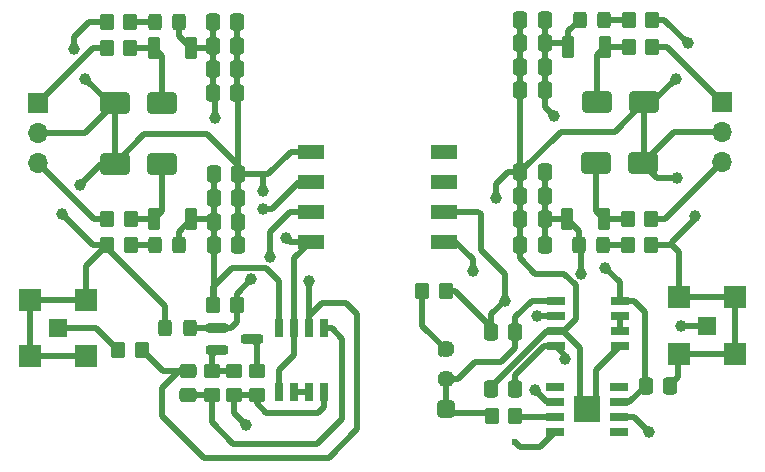
<source format=gbr>
%TF.GenerationSoftware,KiCad,Pcbnew,8.0.9*%
%TF.CreationDate,2025-07-24T11:39:00+02:00*%
%TF.ProjectId,Precision Analog Isolation Amplifier,50726563-6973-4696-9f6e-20416e616c6f,rev?*%
%TF.SameCoordinates,Original*%
%TF.FileFunction,Copper,L1,Top*%
%TF.FilePolarity,Positive*%
%FSLAX46Y46*%
G04 Gerber Fmt 4.6, Leading zero omitted, Abs format (unit mm)*
G04 Created by KiCad (PCBNEW 8.0.9) date 2025-07-24 11:39:00*
%MOMM*%
%LPD*%
G01*
G04 APERTURE LIST*
G04 Aperture macros list*
%AMRoundRect*
0 Rectangle with rounded corners*
0 $1 Rounding radius*
0 $2 $3 $4 $5 $6 $7 $8 $9 X,Y pos of 4 corners*
0 Add a 4 corners polygon primitive as box body*
4,1,4,$2,$3,$4,$5,$6,$7,$8,$9,$2,$3,0*
0 Add four circle primitives for the rounded corners*
1,1,$1+$1,$2,$3*
1,1,$1+$1,$4,$5*
1,1,$1+$1,$6,$7*
1,1,$1+$1,$8,$9*
0 Add four rect primitives between the rounded corners*
20,1,$1+$1,$2,$3,$4,$5,0*
20,1,$1+$1,$4,$5,$6,$7,0*
20,1,$1+$1,$6,$7,$8,$9,0*
20,1,$1+$1,$8,$9,$2,$3,0*%
G04 Aperture macros list end*
%TA.AperFunction,SMDPad,CuDef*%
%ADD10RoundRect,0.250000X-0.450000X0.350000X-0.450000X-0.350000X0.450000X-0.350000X0.450000X0.350000X0*%
%TD*%
%TA.AperFunction,SMDPad,CuDef*%
%ADD11RoundRect,0.250000X1.000000X0.650000X-1.000000X0.650000X-1.000000X-0.650000X1.000000X-0.650000X0*%
%TD*%
%TA.AperFunction,SMDPad,CuDef*%
%ADD12RoundRect,0.250000X-0.350000X-0.450000X0.350000X-0.450000X0.350000X0.450000X-0.350000X0.450000X0*%
%TD*%
%TA.AperFunction,SMDPad,CuDef*%
%ADD13RoundRect,0.250000X0.337500X0.475000X-0.337500X0.475000X-0.337500X-0.475000X0.337500X-0.475000X0*%
%TD*%
%TA.AperFunction,SMDPad,CuDef*%
%ADD14RoundRect,0.250000X0.325000X0.450000X-0.325000X0.450000X-0.325000X-0.450000X0.325000X-0.450000X0*%
%TD*%
%TA.AperFunction,SMDPad,CuDef*%
%ADD15RoundRect,0.250000X-0.337500X-0.475000X0.337500X-0.475000X0.337500X0.475000X-0.337500X0.475000X0*%
%TD*%
%TA.AperFunction,SMDPad,CuDef*%
%ADD16R,2.290000X1.300000*%
%TD*%
%TA.AperFunction,SMDPad,CuDef*%
%ADD17RoundRect,0.250000X0.350000X0.450000X-0.350000X0.450000X-0.350000X-0.450000X0.350000X-0.450000X0*%
%TD*%
%TA.AperFunction,SMDPad,CuDef*%
%ADD18R,1.574800X1.574800*%
%TD*%
%TA.AperFunction,SMDPad,CuDef*%
%ADD19R,1.955800X1.955800*%
%TD*%
%TA.AperFunction,SMDPad,CuDef*%
%ADD20R,1.525000X0.650000*%
%TD*%
%TA.AperFunction,ComponentPad*%
%ADD21R,1.700000X1.700000*%
%TD*%
%TA.AperFunction,ComponentPad*%
%ADD22O,1.700000X1.700000*%
%TD*%
%TA.AperFunction,SMDPad,CuDef*%
%ADD23RoundRect,0.250000X0.275000X0.700000X-0.275000X0.700000X-0.275000X-0.700000X0.275000X-0.700000X0*%
%TD*%
%TA.AperFunction,SMDPad,CuDef*%
%ADD24R,0.650000X1.525000*%
%TD*%
%TA.AperFunction,SMDPad,CuDef*%
%ADD25R,2.290000X2.290000*%
%TD*%
%TA.AperFunction,ComponentPad*%
%ADD26RoundRect,0.250000X0.470000X0.470000X-0.470000X0.470000X-0.470000X-0.470000X0.470000X-0.470000X0*%
%TD*%
%TA.AperFunction,ComponentPad*%
%ADD27C,1.440000*%
%TD*%
%TA.AperFunction,SMDPad,CuDef*%
%ADD28RoundRect,0.250000X-1.000000X-0.650000X1.000000X-0.650000X1.000000X0.650000X-1.000000X0.650000X0*%
%TD*%
%TA.AperFunction,SMDPad,CuDef*%
%ADD29RoundRect,0.250000X-0.475000X0.337500X-0.475000X-0.337500X0.475000X-0.337500X0.475000X0.337500X0*%
%TD*%
%TA.AperFunction,SMDPad,CuDef*%
%ADD30RoundRect,0.200000X-0.750000X-0.200000X0.750000X-0.200000X0.750000X0.200000X-0.750000X0.200000X0*%
%TD*%
%TA.AperFunction,SMDPad,CuDef*%
%ADD31RoundRect,0.250000X-0.325000X-0.450000X0.325000X-0.450000X0.325000X0.450000X-0.325000X0.450000X0*%
%TD*%
%TA.AperFunction,SMDPad,CuDef*%
%ADD32RoundRect,0.250000X-0.275000X-0.700000X0.275000X-0.700000X0.275000X0.700000X-0.275000X0.700000X0*%
%TD*%
%TA.AperFunction,SMDPad,CuDef*%
%ADD33RoundRect,0.250000X0.450000X-0.350000X0.450000X0.350000X-0.450000X0.350000X-0.450000X-0.350000X0*%
%TD*%
%TA.AperFunction,ViaPad*%
%ADD34C,1.000000*%
%TD*%
%TA.AperFunction,ViaPad*%
%ADD35C,0.600000*%
%TD*%
%TA.AperFunction,Conductor*%
%ADD36C,0.500000*%
%TD*%
G04 APERTURE END LIST*
D10*
%TO.P,R3,1*%
%TO.N,Net-(Q1-B)*%
X128200000Y-111750000D03*
%TO.P,R3,2*%
%TO.N,Net-(C17-Pad2)*%
X128200000Y-113750000D03*
%TD*%
D11*
%TO.P,D4,1,A1*%
%TO.N,GND2*%
X164700000Y-94100000D03*
%TO.P,D4,2,A2*%
%TO.N,VEE2 IN -15V*%
X160700000Y-94100000D03*
%TD*%
D12*
%TO.P,F3,1*%
%TO.N,VCC2 IN +15V*%
X163500000Y-84300000D03*
%TO.P,F3,2*%
%TO.N,Net-(J2-Pin_1)*%
X165500000Y-84300000D03*
%TD*%
D11*
%TO.P,D3,1,A1*%
%TO.N,VCC1 IN +15V*%
X124000000Y-89100000D03*
%TO.P,D3,2,A2*%
%TO.N,GND1*%
X120000000Y-89100000D03*
%TD*%
D13*
%TO.P,C4,1*%
%TO.N,GND1*%
X130375000Y-88200000D03*
%TO.P,C4,2*%
%TO.N,VCC1 +15V*%
X128300000Y-88200000D03*
%TD*%
D14*
%TO.P,D9,1,K*%
%TO.N,Net-(D9-K)*%
X161400000Y-82000000D03*
%TO.P,D9,2,A*%
%TO.N,VCC2 +15V*%
X159350000Y-82000000D03*
%TD*%
D15*
%TO.P,C10,1*%
%TO.N,GND2*%
X154325000Y-84000000D03*
%TO.P,C10,2*%
%TO.N,VCC2 +15V*%
X156400000Y-84000000D03*
%TD*%
D16*
%TO.P,U1,1,K*%
%TO.N,GND1*%
X136565000Y-93190000D03*
%TO.P,U1,2,A*%
%TO.N,Net-(D1-K)*%
X136565000Y-95730000D03*
%TO.P,U1,3,K*%
%TO.N,Net-(U1B-K)*%
X136565000Y-98270000D03*
%TO.P,U1,4,A*%
%TO.N,GND1*%
X136565000Y-100810000D03*
%TO.P,U1,5,A*%
%TO.N,GND2*%
X147835000Y-100810000D03*
%TO.P,U1,6,K*%
%TO.N,Net-(U1C-K)*%
X147835000Y-98270000D03*
%TO.P,U1,7*%
%TO.N,N/C*%
X147835000Y-95730000D03*
%TO.P,U1,8*%
X147835000Y-93190000D03*
%TD*%
D17*
%TO.P,R9,1*%
%TO.N,Net-(D7-A)*%
X121325000Y-101100000D03*
%TO.P,R9,2*%
%TO.N,GND1*%
X119325000Y-101100000D03*
%TD*%
D18*
%TO.P,J4,1,In*%
%TO.N,Vout*%
X170125100Y-107900000D03*
D19*
%TO.P,J4,2,Ext*%
%TO.N,GND2*%
X167750200Y-105525100D03*
%TO.P,J4,3*%
X172500000Y-105525100D03*
%TO.P,J4,4*%
X167750200Y-110274900D03*
%TO.P,J4,5*%
X172500000Y-110274900D03*
%TD*%
D15*
%TO.P,C14,1*%
%TO.N,GND2*%
X154325000Y-96900000D03*
%TO.P,C14,2*%
%TO.N,VEE2 -15V*%
X156400000Y-96900000D03*
%TD*%
%TO.P,C9,1*%
%TO.N,GND2*%
X154325000Y-82000000D03*
%TO.P,C9,2*%
%TO.N,VCC2 +15V*%
X156400000Y-82000000D03*
%TD*%
D20*
%TO.P,U2,1*%
%TO.N,Vsep_out*%
X157300000Y-105830000D03*
%TO.P,U2,2,-*%
%TO.N,Net-(U1C-K)*%
X157300000Y-107100000D03*
%TO.P,U2,3,+*%
%TO.N,GND2*%
X157300000Y-108370000D03*
%TO.P,U2,4,V-*%
%TO.N,VEE2 -15V*%
X157300000Y-109640000D03*
%TO.P,U2,5,+*%
%TO.N,GND2*%
X162724000Y-109640000D03*
%TO.P,U2,6,-*%
%TO.N,Net-(U2B--)*%
X162724000Y-108370000D03*
%TO.P,U2,7*%
X162724000Y-107100000D03*
%TO.P,U2,8,V+*%
%TO.N,VCC2 +15V*%
X162724000Y-105830000D03*
%TD*%
D21*
%TO.P,J2,1,Pin_1*%
%TO.N,Net-(J2-Pin_1)*%
X171400000Y-88960000D03*
D22*
%TO.P,J2,2,Pin_2*%
%TO.N,GND2*%
X171400000Y-91500000D03*
%TO.P,J2,3,Pin_3*%
%TO.N,Net-(J2-Pin_3)*%
X171400000Y-94040000D03*
%TD*%
D15*
%TO.P,C12,1*%
%TO.N,GND2*%
X154325000Y-88000000D03*
%TO.P,C12,2*%
%TO.N,VCC2 +15V*%
X156400000Y-88000000D03*
%TD*%
D23*
%TO.P,FB4,1*%
%TO.N,VEE2 IN -15V*%
X161400000Y-98900000D03*
%TO.P,FB4,2*%
%TO.N,VEE2 -15V*%
X158250000Y-98900000D03*
%TD*%
D18*
%TO.P,J3,1,In*%
%TO.N,Net-(J3-In)*%
X115162500Y-108100000D03*
D19*
%TO.P,J3,2,Ext*%
%TO.N,GND1*%
X117537400Y-110474900D03*
%TO.P,J3,3*%
X112787600Y-110474900D03*
%TO.P,J3,4*%
X117537400Y-105725100D03*
%TO.P,J3,5*%
X112787600Y-105725100D03*
%TD*%
D21*
%TO.P,J1,1,Pin_1*%
%TO.N,Net-(J1-Pin_1)*%
X113500000Y-89075000D03*
D22*
%TO.P,J1,2,Pin_2*%
%TO.N,GND1*%
X113500000Y-91615000D03*
%TO.P,J1,3,Pin_3*%
%TO.N,Net-(J1-Pin_3)*%
X113500000Y-94155000D03*
%TD*%
D24*
%TO.P,U4,1*%
%TO.N,Net-(C17-Pad2)*%
X137705000Y-108138000D03*
%TO.P,U4,2,-*%
%TO.N,Net-(U1B-K)*%
X136435000Y-108138000D03*
%TO.P,U4,3,+*%
%TO.N,GND1*%
X135165000Y-108138000D03*
%TO.P,U4,4,V-*%
%TO.N,VEE1 -15V*%
X133895000Y-108138000D03*
%TO.P,U4,5,+*%
%TO.N,GND1*%
X133895000Y-113562000D03*
%TO.P,U4,6,-*%
%TO.N,Net-(U4B--)*%
X135165000Y-113562000D03*
%TO.P,U4,7*%
X136435000Y-113562000D03*
%TO.P,U4,8,V+*%
%TO.N,VCC1 +15V*%
X137705000Y-113562000D03*
%TD*%
D15*
%TO.P,C15,1*%
%TO.N,GND2*%
X154325000Y-98900000D03*
%TO.P,C15,2*%
%TO.N,VEE2 -15V*%
X156400000Y-98900000D03*
%TD*%
D20*
%TO.P,IC1,1,FEEDBACK*%
%TO.N,unconnected-(IC1-FEEDBACK-Pad1)*%
X157288000Y-113095000D03*
%TO.P,IC1,2,-IN*%
%TO.N,Vout*%
X157288000Y-114365000D03*
%TO.P,IC1,3,+IN*%
%TO.N,Net-(IC1-+IN)*%
X157288000Y-115635000D03*
%TO.P,IC1,4,-VS_1*%
%TO.N,VEE2 -15V*%
X157288000Y-116905000D03*
%TO.P,IC1,5,-VS_2*%
%TO.N,unconnected-(IC1--VS_2-Pad5)*%
X162712000Y-116905000D03*
%TO.P,IC1,6,VOUT*%
%TO.N,Vout*%
X162712000Y-115635000D03*
%TO.P,IC1,7,+VS*%
%TO.N,VCC2 +15V*%
X162712000Y-114365000D03*
%TO.P,IC1,8,~{DISABLE}*%
%TO.N,unconnected-(IC1-~{DISABLE}-Pad8)*%
X162712000Y-113095000D03*
D25*
%TO.P,IC1,9,EP*%
%TO.N,GND2*%
X160000000Y-115000000D03*
%TD*%
D17*
%TO.P,R6,1*%
%TO.N,Net-(U1C-K)*%
X148000000Y-105000000D03*
%TO.P,R6,2*%
%TO.N,Net-(R6-Pad2)*%
X146000000Y-105000000D03*
%TD*%
D15*
%TO.P,C13,1*%
%TO.N,GND2*%
X154325000Y-94900000D03*
%TO.P,C13,2*%
%TO.N,VEE2 -15V*%
X156400000Y-94900000D03*
%TD*%
D12*
%TO.P,R11,1*%
%TO.N,Net-(D9-K)*%
X163500000Y-82000000D03*
%TO.P,R11,2*%
%TO.N,GND2*%
X165500000Y-82000000D03*
%TD*%
D13*
%TO.P,C1,1*%
%TO.N,GND1*%
X130375000Y-82200000D03*
%TO.P,C1,2*%
%TO.N,VCC1 +15V*%
X128300000Y-82200000D03*
%TD*%
D26*
%TO.P,RV1,1,1*%
%TO.N,Vsep_out*%
X148000000Y-115000000D03*
D27*
%TO.P,RV1,2,2*%
X148000000Y-112460000D03*
%TO.P,RV1,3,3*%
%TO.N,Net-(R6-Pad2)*%
X148000000Y-109920000D03*
%TD*%
D28*
%TO.P,D5,1,A1*%
%TO.N,VCC2 IN +15V*%
X160800000Y-89000000D03*
%TO.P,D5,2,A2*%
%TO.N,GND2*%
X164800000Y-89000000D03*
%TD*%
D14*
%TO.P,D7,1,K*%
%TO.N,VEE1 -15V*%
X125425000Y-101100000D03*
%TO.P,D7,2,A*%
%TO.N,Net-(D7-A)*%
X123375000Y-101100000D03*
%TD*%
D12*
%TO.P,R10,1*%
%TO.N,Net-(D8-A)*%
X163400000Y-101100000D03*
%TO.P,R10,2*%
%TO.N,GND2*%
X165400000Y-101100000D03*
%TD*%
%TO.P,R5,1*%
%TO.N,VEE1 -15V*%
X128300000Y-106200000D03*
%TO.P,R5,2*%
%TO.N,Net-(D1-K)*%
X130300000Y-106200000D03*
%TD*%
%TO.P,F4,1*%
%TO.N,VEE2 IN -15V*%
X163400000Y-98900000D03*
%TO.P,F4,2*%
%TO.N,Net-(J2-Pin_3)*%
X165400000Y-98900000D03*
%TD*%
%TO.P,R4,1*%
%TO.N,Net-(J3-In)*%
X120300000Y-110000000D03*
%TO.P,R4,2*%
%TO.N,Net-(U1B-K)*%
X122300000Y-110000000D03*
%TD*%
D29*
%TO.P,C17,1*%
%TO.N,Net-(U1B-K)*%
X126200000Y-111750000D03*
%TO.P,C17,2*%
%TO.N,Net-(C17-Pad2)*%
X126200000Y-113825000D03*
%TD*%
D13*
%TO.P,C20,1*%
%TO.N,GND2*%
X167000000Y-113000000D03*
%TO.P,C20,2*%
%TO.N,VCC2 +15V*%
X164925000Y-113000000D03*
%TD*%
D14*
%TO.P,D1,1,K*%
%TO.N,Net-(D1-K)*%
X126325000Y-108150000D03*
%TO.P,D1,2,A*%
%TO.N,GND1*%
X124275000Y-108150000D03*
%TD*%
D13*
%TO.P,C2,1*%
%TO.N,GND1*%
X130375000Y-84200000D03*
%TO.P,C2,2*%
%TO.N,VCC1 +15V*%
X128300000Y-84200000D03*
%TD*%
D28*
%TO.P,D2,1,A1*%
%TO.N,GND1*%
X120000000Y-94200000D03*
%TO.P,D2,2,A2*%
%TO.N,VEE1 IN -15V*%
X124000000Y-94200000D03*
%TD*%
D23*
%TO.P,FB3,1*%
%TO.N,VCC2 IN +15V*%
X161500000Y-84300000D03*
%TO.P,FB3,2*%
%TO.N,VCC2 +15V*%
X158350000Y-84300000D03*
%TD*%
D30*
%TO.P,Q1,1,C*%
%TO.N,Net-(D1-K)*%
X128600000Y-108100000D03*
%TO.P,Q1,2,B*%
%TO.N,Net-(Q1-B)*%
X128600000Y-110000000D03*
%TO.P,Q1,3,E*%
%TO.N,Net-(Q1-E)*%
X131600000Y-109050000D03*
%TD*%
D31*
%TO.P,D8,1,K*%
%TO.N,VEE2 -15V*%
X159250000Y-101100000D03*
%TO.P,D8,2,A*%
%TO.N,Net-(D8-A)*%
X161300000Y-101100000D03*
%TD*%
D12*
%TO.P,R7,1*%
%TO.N,Vsep_out*%
X151900000Y-115600000D03*
%TO.P,R7,2*%
%TO.N,Net-(IC1-+IN)*%
X153900000Y-115600000D03*
%TD*%
D13*
%TO.P,C7,1*%
%TO.N,GND1*%
X130437500Y-99100000D03*
%TO.P,C7,2*%
%TO.N,VEE1 -15V*%
X128362500Y-99100000D03*
%TD*%
D17*
%TO.P,F2,1*%
%TO.N,VCC1 IN +15V*%
X121300000Y-84400000D03*
%TO.P,F2,2*%
%TO.N,Net-(J1-Pin_1)*%
X119300000Y-84400000D03*
%TD*%
D13*
%TO.P,C6,1*%
%TO.N,GND1*%
X130437500Y-97100000D03*
%TO.P,C6,2*%
%TO.N,VEE1 -15V*%
X128362500Y-97100000D03*
%TD*%
%TO.P,C8,1*%
%TO.N,GND1*%
X130437500Y-101100000D03*
%TO.P,C8,2*%
%TO.N,VEE1 -15V*%
X128362500Y-101100000D03*
%TD*%
D15*
%TO.P,C11,1*%
%TO.N,GND2*%
X154325000Y-86000000D03*
%TO.P,C11,2*%
%TO.N,VCC2 +15V*%
X156400000Y-86000000D03*
%TD*%
D17*
%TO.P,F1,1*%
%TO.N,VEE1 IN -15V*%
X121325000Y-98900000D03*
%TO.P,F1,2*%
%TO.N,Net-(J1-Pin_3)*%
X119325000Y-98900000D03*
%TD*%
D32*
%TO.P,FB2,1*%
%TO.N,VEE1 IN -15V*%
X123325000Y-98900000D03*
%TO.P,FB2,2*%
%TO.N,VEE1 -15V*%
X126475000Y-98900000D03*
%TD*%
%TO.P,FB1,1*%
%TO.N,VCC1 IN +15V*%
X123300000Y-84400000D03*
%TO.P,FB1,2*%
%TO.N,VCC1 +15V*%
X126450000Y-84400000D03*
%TD*%
D33*
%TO.P,R2,1*%
%TO.N,VCC1 +15V*%
X132000000Y-113750000D03*
%TO.P,R2,2*%
%TO.N,Net-(Q1-E)*%
X132000000Y-111750000D03*
%TD*%
D13*
%TO.P,C3,1*%
%TO.N,GND1*%
X130375000Y-86200000D03*
%TO.P,C3,2*%
%TO.N,VCC1 +15V*%
X128300000Y-86200000D03*
%TD*%
%TO.P,C18,1*%
%TO.N,Vsep_out*%
X153912000Y-108435000D03*
%TO.P,C18,2*%
%TO.N,Net-(U1C-K)*%
X151837000Y-108435000D03*
%TD*%
D31*
%TO.P,D6,1,K*%
%TO.N,Net-(D6-K)*%
X123375000Y-82200000D03*
%TO.P,D6,2,A*%
%TO.N,VCC1 +15V*%
X125425000Y-82200000D03*
%TD*%
D15*
%TO.P,C16,1*%
%TO.N,GND2*%
X154325000Y-101075000D03*
%TO.P,C16,2*%
%TO.N,VEE2 -15V*%
X156400000Y-101075000D03*
%TD*%
%TO.P,C19,1*%
%TO.N,GND2*%
X151825000Y-113300000D03*
%TO.P,C19,2*%
%TO.N,VEE2 -15V*%
X153900000Y-113300000D03*
%TD*%
D17*
%TO.P,R8,1*%
%TO.N,Net-(D6-K)*%
X121300000Y-82200000D03*
%TO.P,R8,2*%
%TO.N,GND1*%
X119300000Y-82200000D03*
%TD*%
D33*
%TO.P,R1,1*%
%TO.N,VCC1 +15V*%
X130100000Y-113750000D03*
%TO.P,R1,2*%
%TO.N,Net-(Q1-B)*%
X130100000Y-111750000D03*
%TD*%
D13*
%TO.P,C5,1*%
%TO.N,GND1*%
X130437500Y-95100000D03*
%TO.P,C5,2*%
%TO.N,VEE1 -15V*%
X128362500Y-95100000D03*
%TD*%
D34*
%TO.N,GND1*%
X132500000Y-96500000D03*
X115500000Y-98500000D03*
X116500000Y-84500000D03*
X134500000Y-100500000D03*
X117500000Y-87000000D03*
X117000000Y-96000000D03*
%TO.N,GND2*%
X168500000Y-84000000D03*
X167600000Y-95400000D03*
X150300000Y-103300000D03*
X169100000Y-98600000D03*
X167500000Y-87000000D03*
X152300000Y-97100000D03*
%TO.N,Net-(U1B-K)*%
X136400000Y-104100000D03*
X133100417Y-102098750D03*
%TO.N,Net-(U1C-K)*%
X153000000Y-105800000D03*
X155700000Y-107100000D03*
%TO.N,VCC1 +15V*%
X131100000Y-116300000D03*
X128500000Y-90300000D03*
%TO.N,VCC2 +15V*%
X161500000Y-103000000D03*
X157150000Y-90150000D03*
%TO.N,VEE2 -15V*%
X159500000Y-103500000D03*
D35*
X153900000Y-117800000D03*
D34*
X158100000Y-110700000D03*
%TO.N,Net-(D1-K)*%
X132500000Y-98000000D03*
X131500000Y-104000000D03*
%TO.N,Vout*%
X167900000Y-107900000D03*
X165200000Y-116900000D03*
X155600000Y-113400000D03*
%TD*%
D36*
%TO.N,GND1*%
X112787600Y-105725100D02*
X112787600Y-110474900D01*
X117537400Y-102887600D02*
X119325000Y-101100000D01*
X133895000Y-111705000D02*
X135165000Y-110435000D01*
X119325000Y-101100000D02*
X119325000Y-101325000D01*
X130375000Y-84200000D02*
X130375000Y-86200000D01*
X120000000Y-94200000D02*
X118800000Y-94200000D01*
X132500000Y-95100000D02*
X133000000Y-95100000D01*
X135165000Y-110435000D02*
X135165000Y-108138000D01*
X120000000Y-89100000D02*
X120000000Y-94200000D01*
X122500000Y-91700000D02*
X127800000Y-91700000D01*
X117485000Y-91615000D02*
X120000000Y-89100000D01*
X130437500Y-97100000D02*
X130437500Y-99100000D01*
X113500000Y-91615000D02*
X117485000Y-91615000D01*
X136565000Y-93190000D02*
X134910000Y-93190000D01*
X130375000Y-82200000D02*
X130375000Y-84200000D01*
X117537400Y-105725100D02*
X117537400Y-102887600D01*
X134810000Y-100810000D02*
X134500000Y-100500000D01*
X130400000Y-88225000D02*
X130375000Y-88200000D01*
X117800000Y-82200000D02*
X119300000Y-82200000D01*
X115500000Y-98500000D02*
X118100000Y-101100000D01*
X116500000Y-83500000D02*
X117800000Y-82200000D01*
X132500000Y-96500000D02*
X132500000Y-95100000D01*
X119600000Y-89100000D02*
X117500000Y-87000000D01*
X130400000Y-95062500D02*
X130400000Y-88225000D01*
X112787600Y-110474900D02*
X117537400Y-110474900D01*
X117537400Y-105725100D02*
X112787600Y-105725100D01*
X130437500Y-95100000D02*
X130437500Y-97100000D01*
X119325000Y-101325000D02*
X124275000Y-106275000D01*
X116500000Y-84500000D02*
X116500000Y-83500000D01*
X130437500Y-101100000D02*
X130437500Y-99100000D01*
X130437500Y-94337500D02*
X130437500Y-95100000D01*
X124275000Y-106275000D02*
X124275000Y-108150000D01*
X130437500Y-95100000D02*
X130400000Y-95062500D01*
X130437500Y-95100000D02*
X132500000Y-95100000D01*
X133895000Y-113562000D02*
X133895000Y-111705000D01*
X136565000Y-100810000D02*
X134810000Y-100810000D01*
X134910000Y-93190000D02*
X133000000Y-95100000D01*
X135165000Y-102210000D02*
X135165000Y-108138000D01*
X120000000Y-89100000D02*
X119600000Y-89100000D01*
X127800000Y-91700000D02*
X130437500Y-94337500D01*
X120000000Y-94200000D02*
X122500000Y-91700000D01*
X130375000Y-86200000D02*
X130375000Y-88200000D01*
X118800000Y-94200000D02*
X117000000Y-96000000D01*
X118100000Y-101100000D02*
X119325000Y-101100000D01*
X136565000Y-100810000D02*
X135165000Y-102210000D01*
%TO.N,GND2*%
X154325000Y-94900000D02*
X154325000Y-96900000D01*
X159400000Y-109800000D02*
X159400000Y-114400000D01*
X164800000Y-93900000D02*
X164800000Y-89000000D01*
X167750200Y-105525100D02*
X172500000Y-105525100D01*
X150300000Y-103300000D02*
X150300000Y-102300000D01*
X164700000Y-94000000D02*
X164800000Y-93900000D01*
X159000000Y-104500000D02*
X158000000Y-103500000D01*
X151825000Y-113127500D02*
X156582500Y-108370000D01*
X169100000Y-98600000D02*
X169100000Y-98900000D01*
X167700000Y-110325100D02*
X167750200Y-110274900D01*
X158017500Y-108370000D02*
X159000000Y-107387500D01*
X152300000Y-95900000D02*
X153300000Y-94900000D01*
X160700000Y-114300000D02*
X160000000Y-115000000D01*
X158000000Y-103500000D02*
X155600000Y-103500000D01*
X165400000Y-101100000D02*
X167187500Y-101100000D01*
X159000000Y-107387500D02*
X159000000Y-104500000D01*
X154325000Y-84000000D02*
X154325000Y-86000000D01*
X155600000Y-103500000D02*
X154325000Y-102225000D01*
X167750200Y-105525100D02*
X167750200Y-101662700D01*
X162300000Y-91500000D02*
X157725000Y-91500000D01*
X160700000Y-111664000D02*
X160700000Y-114300000D01*
X157300000Y-108370000D02*
X157970000Y-108370000D01*
X154325000Y-94900000D02*
X154325000Y-88000000D01*
X157725000Y-91500000D02*
X154325000Y-94900000D01*
X151825000Y-113300000D02*
X151825000Y-113127500D01*
X168500000Y-84000000D02*
X166500000Y-82000000D01*
X167750200Y-101662700D02*
X167187500Y-101100000D01*
X167700000Y-112300000D02*
X167700000Y-110325100D01*
X154325000Y-102225000D02*
X154325000Y-101075000D01*
X150300000Y-102300000D02*
X148810000Y-100810000D01*
X148810000Y-100810000D02*
X147835000Y-100810000D01*
X165900000Y-95400000D02*
X164700000Y-94200000D01*
X167187500Y-100812500D02*
X167187500Y-101100000D01*
X164700000Y-94200000D02*
X164700000Y-94100000D01*
X172500000Y-110274900D02*
X167750200Y-110274900D01*
X165500000Y-89000000D02*
X167500000Y-87000000D01*
X162724000Y-109640000D02*
X160700000Y-111664000D01*
X164800000Y-89000000D02*
X162300000Y-91500000D01*
X156582500Y-108370000D02*
X157300000Y-108370000D01*
X154325000Y-96900000D02*
X154325000Y-98900000D01*
X171400000Y-91500000D02*
X167300000Y-91500000D01*
X167000000Y-113000000D02*
X167700000Y-112300000D01*
X159400000Y-114400000D02*
X160000000Y-115000000D01*
X169100000Y-98900000D02*
X167187500Y-100812500D01*
X164700000Y-94100000D02*
X164700000Y-94000000D01*
X166500000Y-82000000D02*
X165500000Y-82000000D01*
X164800000Y-89000000D02*
X165500000Y-89000000D01*
X167600000Y-95400000D02*
X165900000Y-95400000D01*
X152300000Y-97100000D02*
X152300000Y-95900000D01*
X157970000Y-108370000D02*
X159400000Y-109800000D01*
X157300000Y-108370000D02*
X158017500Y-108370000D01*
X154325000Y-82000000D02*
X154325000Y-84000000D01*
X172500000Y-105525100D02*
X172500000Y-110274900D01*
X153300000Y-94900000D02*
X154325000Y-94900000D01*
X154325000Y-98900000D02*
X154325000Y-101075000D01*
X154325000Y-86000000D02*
X154325000Y-88000000D01*
X167300000Y-91500000D02*
X164700000Y-94100000D01*
%TO.N,Net-(C17-Pad2)*%
X128125000Y-113825000D02*
X128200000Y-113750000D01*
X126200000Y-113825000D02*
X128125000Y-113825000D01*
X137100000Y-117900000D02*
X139200000Y-115800000D01*
X128200000Y-116100000D02*
X130000000Y-117900000D01*
X128200000Y-113750000D02*
X128200000Y-116100000D01*
X130000000Y-117900000D02*
X137100000Y-117900000D01*
X139200000Y-109000000D02*
X138338000Y-108138000D01*
X139200000Y-115800000D02*
X139200000Y-109000000D01*
X138338000Y-108138000D02*
X137705000Y-108138000D01*
%TO.N,Net-(U1B-K)*%
X125450000Y-111750000D02*
X124000000Y-113200000D01*
X133100417Y-99999583D02*
X134830000Y-98270000D01*
X136435000Y-107065000D02*
X136435000Y-108138000D01*
X138100000Y-119100000D02*
X140500000Y-116700000D01*
X124000000Y-115600000D02*
X127500000Y-119100000D01*
X122300000Y-110000000D02*
X122300000Y-110100000D01*
X126200000Y-111750000D02*
X125450000Y-111750000D01*
X139600000Y-106000000D02*
X137500000Y-106000000D01*
X140500000Y-106900000D02*
X139600000Y-106000000D01*
X136435000Y-104135000D02*
X136435000Y-108138000D01*
X126200000Y-111750000D02*
X124050000Y-111750000D01*
X127500000Y-119100000D02*
X138100000Y-119100000D01*
X140500000Y-116700000D02*
X140500000Y-106900000D01*
X124050000Y-111750000D02*
X122300000Y-110000000D01*
X124000000Y-113200000D02*
X124000000Y-115600000D01*
X133100417Y-102098750D02*
X133100417Y-99999583D01*
X136400000Y-104100000D02*
X136435000Y-104135000D01*
X134830000Y-98270000D02*
X136565000Y-98270000D01*
X137500000Y-106000000D02*
X136435000Y-107065000D01*
%TO.N,Net-(U1C-K)*%
X153000000Y-103500000D02*
X151000000Y-101500000D01*
X153000000Y-105800000D02*
X153000000Y-103500000D01*
X151837000Y-108037000D02*
X151837000Y-108435000D01*
X150770000Y-98270000D02*
X147835000Y-98270000D01*
X148800000Y-105000000D02*
X151837000Y-108037000D01*
X147835000Y-98335000D02*
X147835000Y-98270000D01*
X155700000Y-107100000D02*
X157300000Y-107100000D01*
X151837000Y-106963000D02*
X151837000Y-108435000D01*
X151000000Y-101500000D02*
X151000000Y-98500000D01*
X148000000Y-105000000D02*
X148800000Y-105000000D01*
X153000000Y-105800000D02*
X151837000Y-106963000D01*
X151000000Y-98500000D02*
X150770000Y-98270000D01*
%TO.N,VCC1 +15V*%
X126450000Y-84400000D02*
X128100000Y-84400000D01*
X128100000Y-84400000D02*
X128300000Y-84200000D01*
X130100000Y-113750000D02*
X132000000Y-113750000D01*
X132000000Y-113750000D02*
X132000000Y-114500000D01*
X128500000Y-88400000D02*
X128300000Y-88200000D01*
X137229500Y-115300000D02*
X137705000Y-114824500D01*
X128300000Y-82200000D02*
X128300000Y-84200000D01*
X128300000Y-86200000D02*
X128300000Y-88200000D01*
X132800000Y-115300000D02*
X137229500Y-115300000D01*
X125425000Y-83375000D02*
X126450000Y-84400000D01*
X128500000Y-90300000D02*
X128500000Y-88400000D01*
X137705000Y-114824500D02*
X137705000Y-113562000D01*
X130100000Y-115300000D02*
X131100000Y-116300000D01*
X130100000Y-113750000D02*
X130100000Y-115300000D01*
X128300000Y-84200000D02*
X128300000Y-86200000D01*
X132000000Y-114500000D02*
X132800000Y-115300000D01*
X125425000Y-82200000D02*
X125425000Y-83375000D01*
%TO.N,VEE1 -15V*%
X128362500Y-101100000D02*
X128362500Y-106137500D01*
X129900000Y-103000000D02*
X128300000Y-104600000D01*
X126475000Y-98900000D02*
X128162500Y-98900000D01*
X128162500Y-98900000D02*
X128362500Y-99100000D01*
X125425000Y-101100000D02*
X125425000Y-99950000D01*
X128362500Y-95100000D02*
X128362500Y-97100000D01*
X128362500Y-106137500D02*
X128300000Y-106200000D01*
X133895000Y-108138000D02*
X133895000Y-104095000D01*
X128362500Y-97100000D02*
X128362500Y-99100000D01*
X128362500Y-99100000D02*
X128362500Y-101100000D01*
X128300000Y-104600000D02*
X128300000Y-106200000D01*
X133895000Y-104095000D02*
X132800000Y-103000000D01*
X132800000Y-103000000D02*
X129900000Y-103000000D01*
X125425000Y-99950000D02*
X126475000Y-98900000D01*
%TO.N,VCC2 +15V*%
X163560000Y-114365000D02*
X162712000Y-114365000D01*
X158350000Y-84300000D02*
X158350000Y-83000000D01*
X156400000Y-84000000D02*
X156400000Y-82000000D01*
X156400000Y-84000000D02*
X158050000Y-84000000D01*
X158050000Y-84000000D02*
X158350000Y-84300000D01*
X164900000Y-106743500D02*
X163986500Y-105830000D01*
X156400000Y-88000000D02*
X156400000Y-86000000D01*
X162724000Y-105830000D02*
X162724000Y-104224000D01*
X164900000Y-112975000D02*
X164900000Y-106743500D01*
X162724000Y-104224000D02*
X161500000Y-103000000D01*
X164925000Y-113000000D02*
X164900000Y-112975000D01*
X157150000Y-90150000D02*
X156400000Y-89400000D01*
X156400000Y-86000000D02*
X156400000Y-84000000D01*
X163986500Y-105830000D02*
X162724000Y-105830000D01*
X164925000Y-113000000D02*
X163560000Y-114365000D01*
X156400000Y-89400000D02*
X156400000Y-88000000D01*
X158350000Y-83000000D02*
X159350000Y-82000000D01*
%TO.N,VEE2 -15V*%
X153900000Y-112100000D02*
X156360000Y-109640000D01*
X153900000Y-113300000D02*
X153900000Y-112100000D01*
X154300000Y-118200000D02*
X153900000Y-117800000D01*
X156400000Y-101075000D02*
X156400000Y-98900000D01*
X156400000Y-96900000D02*
X156400000Y-94900000D01*
X159250000Y-99900000D02*
X158250000Y-98900000D01*
X156400000Y-98900000D02*
X156400000Y-96900000D01*
X158250000Y-98900000D02*
X156400000Y-98900000D01*
X158100000Y-110440000D02*
X157300000Y-109640000D01*
X156360000Y-109640000D02*
X157300000Y-109640000D01*
X159500000Y-103500000D02*
X159500000Y-101350000D01*
X157288000Y-116905000D02*
X155993000Y-118200000D01*
X159500000Y-101350000D02*
X159250000Y-101100000D01*
X158100000Y-110700000D02*
X158100000Y-110440000D01*
X159250000Y-101100000D02*
X159250000Y-99900000D01*
X155993000Y-118200000D02*
X154300000Y-118200000D01*
%TO.N,Net-(Q1-B)*%
X128600000Y-110000000D02*
X128200000Y-110400000D01*
X128200000Y-110400000D02*
X128200000Y-111750000D01*
X128200000Y-111750000D02*
X130100000Y-111750000D01*
%TO.N,Net-(Q1-E)*%
X131600000Y-109050000D02*
X132000000Y-109450000D01*
X132000000Y-109450000D02*
X132000000Y-111750000D01*
%TO.N,Net-(D1-K)*%
X131500000Y-104000000D02*
X130300000Y-105200000D01*
X135570000Y-95730000D02*
X136565000Y-95730000D01*
X130300000Y-107600000D02*
X130300000Y-106200000D01*
X128550000Y-108150000D02*
X128600000Y-108100000D01*
X132500000Y-98000000D02*
X133300000Y-98000000D01*
X128600000Y-108100000D02*
X129800000Y-108100000D01*
X129800000Y-108100000D02*
X130300000Y-107600000D01*
X133300000Y-98000000D02*
X135570000Y-95730000D01*
X126325000Y-108150000D02*
X128550000Y-108150000D01*
X130300000Y-105200000D02*
X130300000Y-106200000D01*
%TO.N,Net-(R6-Pad2)*%
X146000000Y-107920000D02*
X148000000Y-109920000D01*
X147620000Y-110300000D02*
X148000000Y-109920000D01*
X146000000Y-105000000D02*
X146000000Y-107920000D01*
%TO.N,Vsep_out*%
X150500000Y-111000000D02*
X152700000Y-111000000D01*
X155270000Y-105830000D02*
X157300000Y-105830000D01*
X148300000Y-115300000D02*
X151600000Y-115300000D01*
X148000000Y-112460000D02*
X149040000Y-112460000D01*
X149040000Y-112460000D02*
X150500000Y-111000000D01*
X153912000Y-107188000D02*
X155270000Y-105830000D01*
X148000000Y-112460000D02*
X148000000Y-115000000D01*
X151600000Y-115300000D02*
X151900000Y-115600000D01*
X153912000Y-109788000D02*
X153912000Y-108435000D01*
X153912000Y-108435000D02*
X153912000Y-107188000D01*
X152700000Y-111000000D02*
X153912000Y-109788000D01*
X148000000Y-115000000D02*
X148300000Y-115300000D01*
%TO.N,Net-(J3-In)*%
X118400000Y-108100000D02*
X115162500Y-108100000D01*
X120300000Y-110000000D02*
X118400000Y-108100000D01*
%TO.N,Vout*%
X163935000Y-115635000D02*
X162712000Y-115635000D01*
X155600000Y-113400000D02*
X156565000Y-114365000D01*
X165200000Y-116900000D02*
X163935000Y-115635000D01*
X156565000Y-114365000D02*
X157288000Y-114365000D01*
X170125100Y-107900000D02*
X167900000Y-107900000D01*
%TO.N,Net-(IC1-+IN)*%
X153935000Y-115635000D02*
X153900000Y-115600000D01*
X157288000Y-115635000D02*
X153935000Y-115635000D01*
%TO.N,Net-(U2B--)*%
X162724000Y-107100000D02*
X162724000Y-108370000D01*
%TO.N,Net-(U4B--)*%
X135165000Y-113562000D02*
X136435000Y-113562000D01*
%TO.N,VCC1 IN +15V*%
X124000000Y-89100000D02*
X124000000Y-85100000D01*
X121300000Y-84400000D02*
X123300000Y-84400000D01*
X124000000Y-85100000D02*
X123300000Y-84400000D01*
%TO.N,VEE1 IN -15V*%
X124000000Y-98225000D02*
X123325000Y-98900000D01*
X124000000Y-94200000D02*
X124000000Y-98225000D01*
X121325000Y-98900000D02*
X123325000Y-98900000D01*
%TO.N,VCC2 IN +15V*%
X161500000Y-84300000D02*
X163500000Y-84300000D01*
X160800000Y-85000000D02*
X161500000Y-84300000D01*
X160800000Y-89000000D02*
X160800000Y-85000000D01*
%TO.N,VEE2 IN -15V*%
X163400000Y-98900000D02*
X161400000Y-98900000D01*
X160700000Y-94100000D02*
X160700000Y-98200000D01*
X160700000Y-98200000D02*
X161400000Y-98900000D01*
%TO.N,Net-(D6-K)*%
X121300000Y-82200000D02*
X123375000Y-82200000D01*
%TO.N,Net-(D7-A)*%
X121325000Y-101100000D02*
X123375000Y-101100000D01*
%TO.N,Net-(D8-A)*%
X161300000Y-101100000D02*
X163400000Y-101100000D01*
%TO.N,Net-(D9-K)*%
X161400000Y-82000000D02*
X163500000Y-82000000D01*
%TO.N,Net-(J1-Pin_3)*%
X118245000Y-98900000D02*
X119325000Y-98900000D01*
X113500000Y-94155000D02*
X118245000Y-98900000D01*
%TO.N,Net-(J1-Pin_1)*%
X113500000Y-89075000D02*
X118175000Y-84400000D01*
X118175000Y-84400000D02*
X119300000Y-84400000D01*
%TO.N,Net-(J2-Pin_1)*%
X166740000Y-84300000D02*
X171400000Y-88960000D01*
X165500000Y-84300000D02*
X166740000Y-84300000D01*
%TO.N,Net-(J2-Pin_3)*%
X171400000Y-94040000D02*
X166540000Y-98900000D01*
X166540000Y-98900000D02*
X165400000Y-98900000D01*
%TD*%
M02*

</source>
